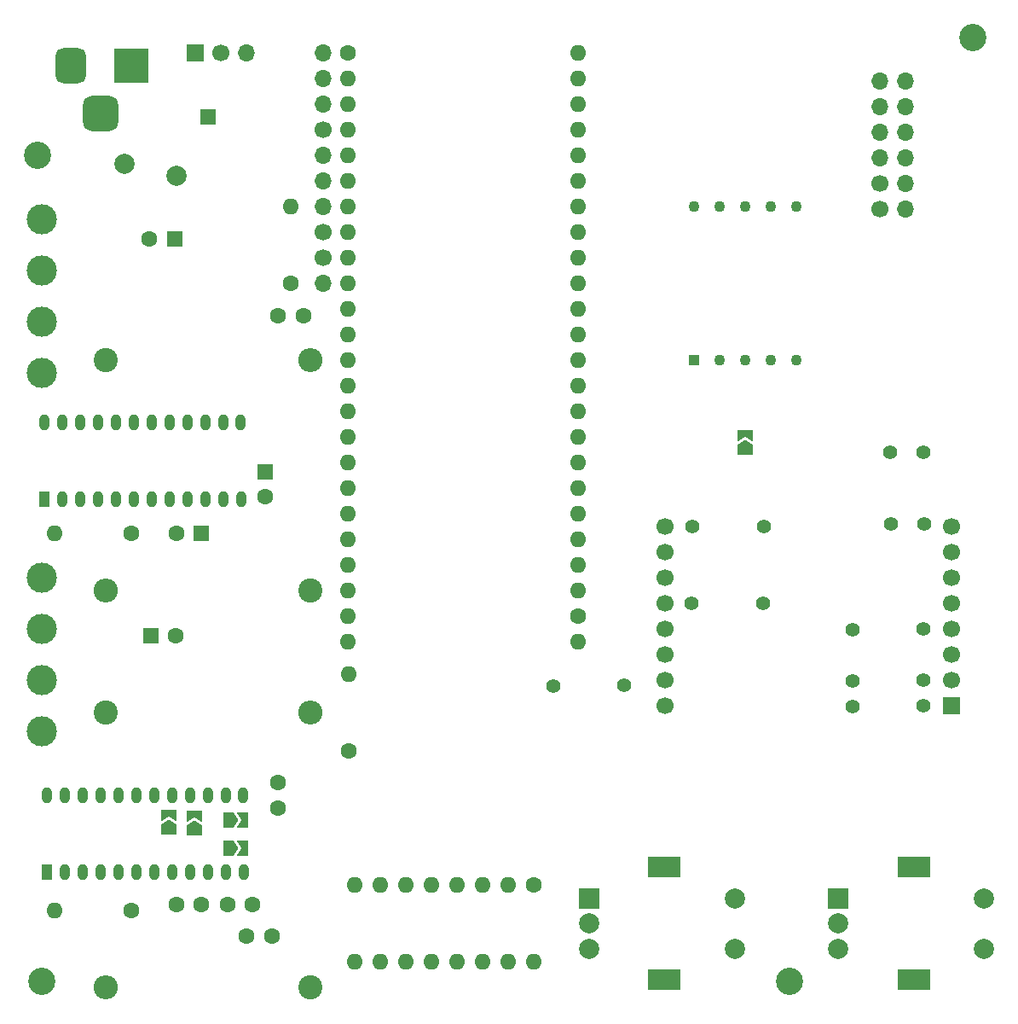
<source format=gbs>
G04 #@! TF.GenerationSoftware,KiCad,Pcbnew,(6.0.5)*
G04 #@! TF.CreationDate,2023-01-27T21:44:11+09:00*
G04 #@! TF.ProjectId,tangnano9k_motordriver,74616e67-6e61-46e6-9f39-6b5f6d6f746f,rev?*
G04 #@! TF.SameCoordinates,Original*
G04 #@! TF.FileFunction,Soldermask,Bot*
G04 #@! TF.FilePolarity,Negative*
%FSLAX46Y46*%
G04 Gerber Fmt 4.6, Leading zero omitted, Abs format (unit mm)*
G04 Created by KiCad (PCBNEW (6.0.5)) date 2023-01-27 21:44:11*
%MOMM*%
%LPD*%
G01*
G04 APERTURE LIST*
G04 Aperture macros list*
%AMRoundRect*
0 Rectangle with rounded corners*
0 $1 Rounding radius*
0 $2 $3 $4 $5 $6 $7 $8 $9 X,Y pos of 4 corners*
0 Add a 4 corners polygon primitive as box body*
4,1,4,$2,$3,$4,$5,$6,$7,$8,$9,$2,$3,0*
0 Add four circle primitives for the rounded corners*
1,1,$1+$1,$2,$3*
1,1,$1+$1,$4,$5*
1,1,$1+$1,$6,$7*
1,1,$1+$1,$8,$9*
0 Add four rect primitives between the rounded corners*
20,1,$1+$1,$2,$3,$4,$5,0*
20,1,$1+$1,$4,$5,$6,$7,0*
20,1,$1+$1,$6,$7,$8,$9,0*
20,1,$1+$1,$8,$9,$2,$3,0*%
%AMFreePoly0*
4,1,6,1.000000,0.000000,0.500000,-0.750000,-0.500000,-0.750000,-0.500000,0.750000,0.500000,0.750000,1.000000,0.000000,1.000000,0.000000,$1*%
%AMFreePoly1*
4,1,6,0.500000,-0.750000,-0.650000,-0.750000,-0.150000,0.000000,-0.650000,0.750000,0.500000,0.750000,0.500000,-0.750000,0.500000,-0.750000,$1*%
G04 Aperture macros list end*
%ADD10C,2.400000*%
%ADD11O,2.400000X2.400000*%
%ADD12C,1.400000*%
%ADD13C,1.600000*%
%ADD14O,1.600000X1.600000*%
%ADD15R,1.600000X1.600000*%
%ADD16C,2.700000*%
%ADD17R,2.000000X2.000000*%
%ADD18C,2.000000*%
%ADD19R,3.200000X2.000000*%
%ADD20R,1.000000X1.600000*%
%ADD21O,1.000000X1.600000*%
%ADD22R,1.100000X1.100000*%
%ADD23C,1.100000*%
%ADD24R,1.700000X1.700000*%
%ADD25C,1.700000*%
%ADD26O,1.700000X1.700000*%
%ADD27C,2.010000*%
%ADD28R,3.500000X3.500000*%
%ADD29RoundRect,0.750000X-0.750000X-1.000000X0.750000X-1.000000X0.750000X1.000000X-0.750000X1.000000X0*%
%ADD30RoundRect,0.875000X-0.875000X-0.875000X0.875000X-0.875000X0.875000X0.875000X-0.875000X0.875000X0*%
%ADD31C,3.000000*%
%ADD32R,1.500000X1.500000*%
%ADD33FreePoly0,0.000000*%
%ADD34FreePoly1,0.000000*%
%ADD35FreePoly0,90.000000*%
%ADD36FreePoly1,90.000000*%
G04 APERTURE END LIST*
D10*
G04 #@! TO.C,R3*
X91440000Y-104140000D03*
D11*
X71120000Y-104140000D03*
G04 #@! TD*
D12*
G04 #@! TO.C,JP11*
X145288000Y-113053997D03*
X152368000Y-113030000D03*
G04 #@! TD*
D10*
G04 #@! TO.C,R8*
X71120000Y-81280000D03*
D11*
X91440000Y-81280000D03*
G04 #@! TD*
D13*
G04 #@! TO.C,R1*
X73660000Y-98425000D03*
D14*
X66040000Y-98425000D03*
G04 #@! TD*
D13*
G04 #@! TO.C,C8*
X88265000Y-76835000D03*
X90765000Y-76835000D03*
G04 #@! TD*
G04 #@! TO.C,R5*
X89535000Y-73660000D03*
D14*
X89535000Y-66040000D03*
G04 #@! TD*
D13*
G04 #@! TO.C,C6*
X86995000Y-94837500D03*
D15*
X86995000Y-92337500D03*
G04 #@! TD*
D12*
G04 #@! TO.C,JP12*
X145288000Y-107973997D03*
X152368000Y-107950000D03*
G04 #@! TD*
G04 #@! TO.C,JP16*
X136398000Y-105386003D03*
X129318000Y-105410000D03*
G04 #@! TD*
D13*
G04 #@! TO.C,C9*
X88265000Y-125710000D03*
X88265000Y-123210000D03*
G04 #@! TD*
G04 #@! TO.C,C1*
X85110000Y-138430000D03*
X87610000Y-138430000D03*
G04 #@! TD*
D16*
G04 #@! TO.C,REF\u002A\u002A*
X157226000Y-49276000D03*
G04 #@! TD*
D15*
G04 #@! TO.C,C2*
X77987651Y-69215000D03*
D13*
X75487651Y-69215000D03*
G04 #@! TD*
D17*
G04 #@! TO.C,Rotary_SW1*
X119115000Y-134660000D03*
D18*
X119115000Y-139660000D03*
X119115000Y-137160000D03*
D19*
X126615000Y-142760000D03*
X126615000Y-131560000D03*
D18*
X133615000Y-139660000D03*
X133615000Y-134660000D03*
G04 #@! TD*
D13*
G04 #@! TO.C,R6*
X95250000Y-120015000D03*
D14*
X95250000Y-112395000D03*
G04 #@! TD*
D20*
G04 #@! TO.C,U2*
X65024000Y-95046851D03*
D21*
X66802000Y-95046851D03*
X68580000Y-95046851D03*
X70358000Y-95046851D03*
X72136000Y-95046851D03*
X73914000Y-95046851D03*
X75692000Y-95046851D03*
X77470000Y-95046851D03*
X79248000Y-95046851D03*
X81026000Y-95046851D03*
X82804000Y-95046851D03*
X84582000Y-95046851D03*
X84532000Y-87446851D03*
X82792000Y-87446851D03*
X81014000Y-87446851D03*
X79236000Y-87446851D03*
X77458000Y-87446851D03*
X75680000Y-87446851D03*
X73902000Y-87446851D03*
X72124000Y-87446851D03*
X70346000Y-87446851D03*
X68568000Y-87446851D03*
X66790000Y-87446851D03*
X65012000Y-87446851D03*
G04 #@! TD*
D22*
G04 #@! TO.C,DS1*
X129540000Y-81280000D03*
D23*
X132080000Y-81280000D03*
X134620000Y-81280000D03*
X137160000Y-81280000D03*
X139700000Y-81280000D03*
X139700000Y-66040000D03*
X137160000Y-66040000D03*
X134620000Y-66040000D03*
X132080000Y-66040000D03*
X129540000Y-66040000D03*
G04 #@! TD*
D13*
G04 #@! TO.C,C7*
X83205000Y-135255000D03*
X85705000Y-135255000D03*
G04 #@! TD*
D24*
G04 #@! TO.C,U1*
X80025000Y-50800000D03*
D25*
X82565000Y-50800000D03*
D26*
X85105000Y-50800000D03*
G04 #@! TD*
D10*
G04 #@! TO.C,R4*
X91440000Y-143510000D03*
D11*
X71120000Y-143510000D03*
G04 #@! TD*
D20*
G04 #@! TO.C,U3*
X65287702Y-132045000D03*
D21*
X67065702Y-132045000D03*
X68843702Y-132045000D03*
X70621702Y-132045000D03*
X72399702Y-132045000D03*
X74177702Y-132045000D03*
X75955702Y-132045000D03*
X77733702Y-132045000D03*
X79511702Y-132045000D03*
X81289702Y-132045000D03*
X83067702Y-132045000D03*
X84845702Y-132045000D03*
X84795702Y-124445000D03*
X83055702Y-124445000D03*
X81277702Y-124445000D03*
X79499702Y-124445000D03*
X77721702Y-124445000D03*
X75943702Y-124445000D03*
X74165702Y-124445000D03*
X72387702Y-124445000D03*
X70609702Y-124445000D03*
X68831702Y-124445000D03*
X67053702Y-124445000D03*
X65275702Y-124445000D03*
G04 #@! TD*
D13*
G04 #@! TO.C,C5*
X78125000Y-135255000D03*
X80625000Y-135255000D03*
G04 #@! TD*
D24*
G04 #@! TO.C,U5*
X155150000Y-115510000D03*
D25*
X155170000Y-112970000D03*
X155170000Y-110430000D03*
X155170000Y-107890000D03*
X155170000Y-105350000D03*
X155170000Y-102810000D03*
X155170000Y-100270000D03*
X155170000Y-97730000D03*
X126690000Y-97790000D03*
X126690000Y-100330000D03*
X126690000Y-102870000D03*
X126690000Y-105410000D03*
X126690000Y-107950000D03*
X126690000Y-110490000D03*
X126690000Y-113030000D03*
X126690000Y-115570000D03*
G04 #@! TD*
D27*
G04 #@! TO.C,F1*
X73025000Y-61755426D03*
X78125000Y-62955426D03*
G04 #@! TD*
D28*
G04 #@! TO.C,J1*
X73660000Y-52070000D03*
D29*
X67660000Y-52070000D03*
D30*
X70660000Y-56770000D03*
G04 #@! TD*
D13*
G04 #@! TO.C,U4*
X95187500Y-50800000D03*
D14*
X95187500Y-53340000D03*
X95187500Y-55880000D03*
X95187500Y-58420000D03*
X95187500Y-60960000D03*
X95187500Y-63500000D03*
X95187500Y-66040000D03*
X95187500Y-68580000D03*
X95187500Y-71120000D03*
X95187500Y-73660000D03*
X95187500Y-76200000D03*
X95187500Y-78740000D03*
X95187500Y-81280000D03*
X95187500Y-83820000D03*
X95187500Y-86360000D03*
X95187500Y-88900000D03*
X95187500Y-91440000D03*
X95187500Y-93980000D03*
X95187500Y-96520000D03*
X95187500Y-99060000D03*
X95187500Y-101600000D03*
X95187500Y-104140000D03*
X95187500Y-106680000D03*
X95187500Y-109220000D03*
X118047500Y-109220000D03*
D13*
X118047500Y-106680000D03*
D14*
X118047500Y-104140000D03*
X118047500Y-101600000D03*
X118047500Y-99060000D03*
X118047500Y-96520000D03*
X118047500Y-93980000D03*
X118047500Y-91440000D03*
X118047500Y-88900000D03*
X118047500Y-86360000D03*
X118047500Y-83820000D03*
X118047500Y-81280000D03*
X118047500Y-78740000D03*
X118047500Y-76200000D03*
X118047500Y-73660000D03*
X118047500Y-71120000D03*
X118047500Y-68580000D03*
X118047500Y-66040000D03*
X118047500Y-63500000D03*
X118047500Y-60960000D03*
X118047500Y-58420000D03*
X118047500Y-55880000D03*
X118047500Y-53340000D03*
X118047500Y-50800000D03*
G04 #@! TD*
D12*
G04 #@! TO.C,JP15*
X136467000Y-97766003D03*
X129387000Y-97790000D03*
G04 #@! TD*
D13*
G04 #@! TO.C,C3*
X78085000Y-108585000D03*
D15*
X75585000Y-108585000D03*
G04 #@! TD*
D25*
G04 #@! TO.C,Pin2*
X92710000Y-68570000D03*
D26*
X92710000Y-66030000D03*
X92710000Y-63490000D03*
X92710000Y-60950000D03*
G04 #@! TD*
D13*
G04 #@! TO.C,R2*
X73660000Y-135890000D03*
D14*
X66040000Y-135890000D03*
G04 #@! TD*
D16*
G04 #@! TO.C,REF\u002A\u002A*
X64770000Y-142875000D03*
G04 #@! TD*
D12*
G04 #@! TO.C,JP14*
X152376003Y-90424000D03*
X152400000Y-97504000D03*
G04 #@! TD*
D25*
G04 #@! TO.C,Pin3*
X92710000Y-71120000D03*
D26*
X92710000Y-73660000D03*
G04 #@! TD*
D31*
G04 #@! TO.C,J3*
X64770000Y-102870000D03*
X64770000Y-107950000D03*
X64770000Y-113030000D03*
X64770000Y-118110000D03*
G04 #@! TD*
D25*
G04 #@! TO.C,Pin1*
X92710000Y-58410000D03*
D26*
X92710000Y-55870000D03*
X92710000Y-53330000D03*
X92710000Y-50790000D03*
G04 #@! TD*
D16*
G04 #@! TO.C,REF\u002A\u002A*
X139065000Y-142875000D03*
G04 #@! TD*
D25*
G04 #@! TO.C,J4*
X148045000Y-66294000D03*
D26*
X150585000Y-66294000D03*
D25*
X148045000Y-63754000D03*
D26*
X150585000Y-63754000D03*
X148045000Y-61214000D03*
X150585000Y-61214000D03*
X148045000Y-58674000D03*
X150585000Y-58674000D03*
X148045000Y-56134000D03*
X150585000Y-56134000D03*
X148045000Y-53594000D03*
X150585000Y-53594000D03*
G04 #@! TD*
D31*
G04 #@! TO.C,J2*
X64770000Y-67310000D03*
X64770000Y-72390000D03*
X64770000Y-77470000D03*
X64770000Y-82550000D03*
G04 #@! TD*
D32*
G04 #@! TO.C,TP1*
X81280000Y-57150000D03*
G04 #@! TD*
D13*
G04 #@! TO.C,C4*
X78125000Y-98425000D03*
D15*
X80625000Y-98425000D03*
G04 #@! TD*
D12*
G04 #@! TO.C,JP17*
X115570000Y-113561997D03*
X122650000Y-113538000D03*
G04 #@! TD*
G04 #@! TO.C,JP13*
X149074003Y-90424000D03*
X149098000Y-97504000D03*
G04 #@! TD*
D17*
G04 #@! TO.C,Rotary_SW2*
X143880000Y-134660000D03*
D18*
X143880000Y-139660000D03*
X143880000Y-137160000D03*
D19*
X151380000Y-131560000D03*
X151380000Y-142760000D03*
D18*
X158380000Y-139660000D03*
X158380000Y-134660000D03*
G04 #@! TD*
D12*
G04 #@! TO.C,JP10*
X145288000Y-115593997D03*
X152368000Y-115570000D03*
G04 #@! TD*
D13*
G04 #@! TO.C,SW1*
X113675000Y-133329796D03*
D14*
X111135000Y-133329796D03*
X108595000Y-133329796D03*
X106055000Y-133329796D03*
X103515000Y-133329796D03*
X100975000Y-133329796D03*
X98435000Y-133329796D03*
X95895000Y-133329796D03*
X95895000Y-140949796D03*
X98435000Y-140949796D03*
X100975000Y-140949796D03*
X103515000Y-140949796D03*
X106055000Y-140949796D03*
X108595000Y-140949796D03*
X111135000Y-140949796D03*
X113675000Y-140949796D03*
G04 #@! TD*
D10*
G04 #@! TO.C,R7*
X71120000Y-116205000D03*
D11*
X91440000Y-116205000D03*
G04 #@! TD*
D16*
G04 #@! TO.C,REF\u002A\u002A*
X64400000Y-60900000D03*
G04 #@! TD*
D33*
G04 #@! TO.C,JP2*
X83298745Y-126876050D03*
D34*
X84748745Y-126876050D03*
G04 #@! TD*
D35*
G04 #@! TO.C,JP3*
X79976308Y-127895409D03*
D36*
X79976308Y-126445409D03*
G04 #@! TD*
D35*
G04 #@! TO.C,JP9*
X134620000Y-90170000D03*
D36*
X134620000Y-88720000D03*
G04 #@! TD*
D35*
G04 #@! TO.C,JP4*
X77400666Y-127865973D03*
D36*
X77400666Y-126415973D03*
G04 #@! TD*
D33*
G04 #@! TO.C,JP1*
X83298745Y-129657743D03*
D34*
X84748745Y-129657743D03*
G04 #@! TD*
M02*

</source>
